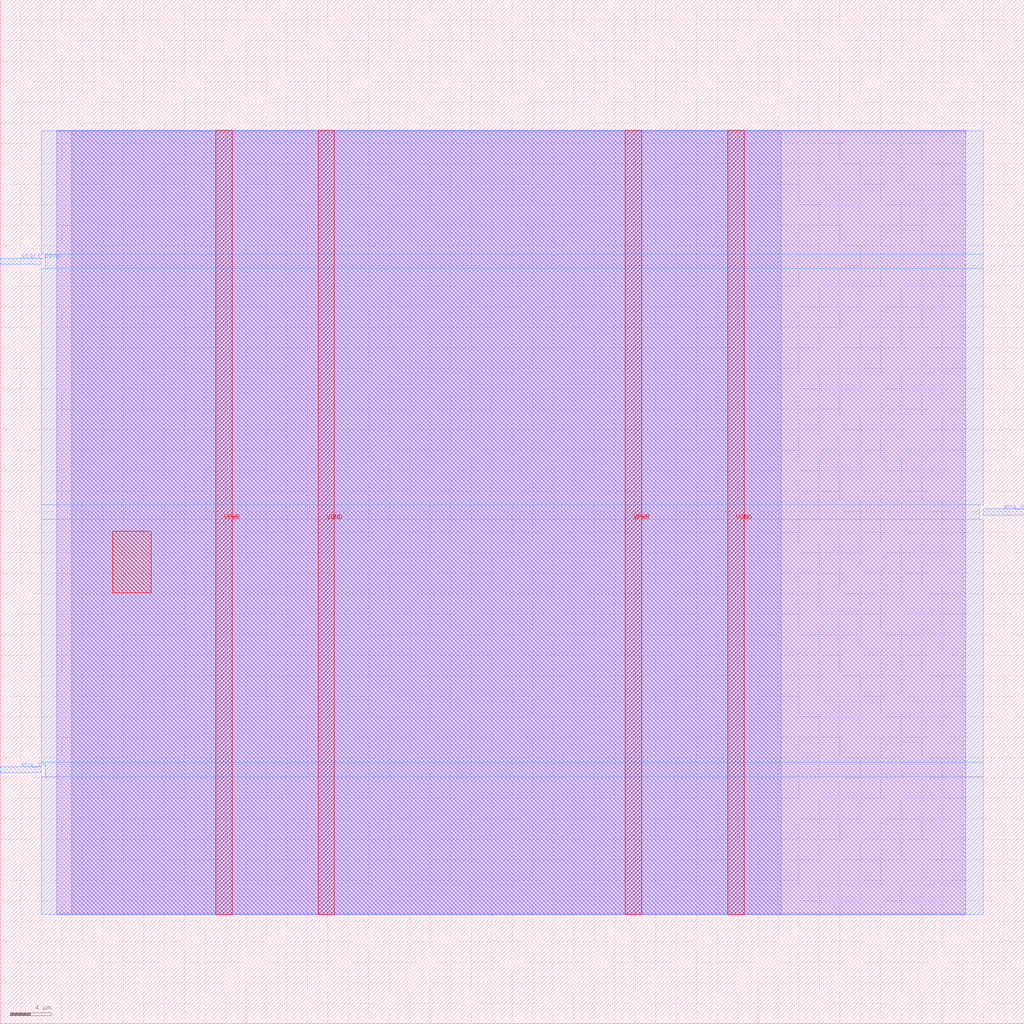
<source format=lef>
VERSION 5.7 ;
  NOWIREEXTENSIONATPIN ON ;
  DIVIDERCHAR "/" ;
  BUSBITCHARS "[]" ;
MACRO adc_edge_detect_circuit
  CLASS BLOCK ;
  FOREIGN adc_edge_detect_circuit ;
  ORIGIN 0.000 0.000 ;
  SIZE 100.000 BY 100.000 ;
  PIN VGND
    DIRECTION INOUT ;
    USE GROUND ;
    PORT
      LAYER met4 ;
        RECT 31.040 10.640 32.640 87.280 ;
    END
    PORT
      LAYER met4 ;
        RECT 71.040 10.640 72.640 87.280 ;
    END
  END VGND
  PIN VPWR
    DIRECTION INOUT ;
    USE POWER ;
    PORT
      LAYER met4 ;
        RECT 21.040 10.640 22.640 87.280 ;
    END
    PORT
      LAYER met4 ;
        RECT 61.040 10.640 62.640 87.280 ;
    END
  END VPWR
  PIN ena_in
    DIRECTION INPUT ;
    USE SIGNAL ;
    PORT
      LAYER met3 ;
        RECT 0.000 24.520 4.000 25.120 ;
    END
  END ena_in
  PIN ena_out
    DIRECTION OUTPUT TRISTATE ;
    USE SIGNAL ;
    PORT
      LAYER met3 ;
        RECT 96.000 49.680 100.000 50.280 ;
    END
  END ena_out
  PIN start_conv
    DIRECTION INPUT ;
    USE SIGNAL ;
    PORT
      LAYER met3 ;
        RECT 0.000 74.160 4.000 74.760 ;
    END
  END start_conv
  OBS
      LAYER li1 ;
        RECT 5.520 10.795 94.300 87.125 ;
      LAYER met1 ;
        RECT 5.520 10.640 94.300 87.280 ;
      LAYER met2 ;
        RECT 6.990 10.695 76.270 87.225 ;
      LAYER met3 ;
        RECT 4.000 75.160 96.000 87.205 ;
        RECT 4.400 73.760 96.000 75.160 ;
        RECT 4.000 50.680 96.000 73.760 ;
        RECT 4.000 49.280 95.600 50.680 ;
        RECT 4.000 25.520 96.000 49.280 ;
        RECT 4.400 24.120 96.000 25.520 ;
        RECT 4.000 10.715 96.000 24.120 ;
      LAYER met4 ;
        RECT 11.010 42.090 14.750 48.120 ;
  END
END adc_edge_detect_circuit
END LIBRARY


</source>
